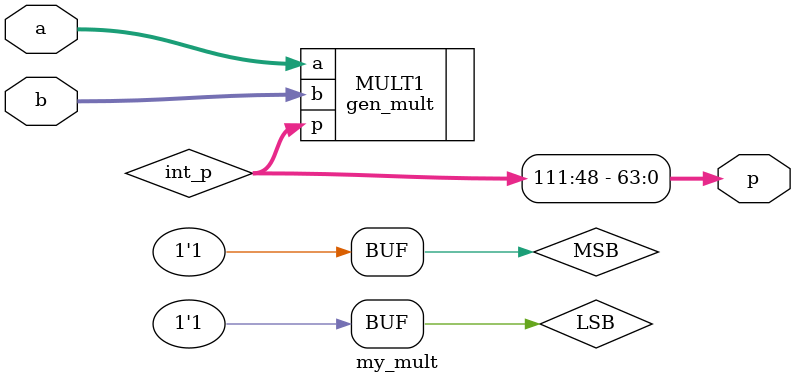
<source format=v>
/*
    my_mult must take a DATA_WIDTH >= INT_WIDTH >= BIT_SHIFT
    DATA_WIDTH - Indicates the size of the DATA
        For INT_WIDTH = 16: 
        * DATA_WIDTH = 64 -> 16Q48
        * DATA_WIDTH = 48 -> 16Q32
        * DATA_WIDTH = 32 -> 16Q16
    INT_WIDTH - Indicates the integer size
    BIT_SHIFT - divides the output by 2^BITSHIFT
    DEC_FORMAT - REDUCE LEAST SIGNIFICANT BITS
    INT_FORMAT - REDUCE MOST SIGNIFICANT BITS
*/
module my_mult
#(
	parameter DATA_WIDTH = 64,
	parameter OUT_WIDTH = DATA_WIDTH,
	parameter INT_WIDTH = 16,
	parameter BIT_SHIFT = 0,
	parameter DEC_FORMAT = 0,
	parameter INT_FORMAT = 0
)
(
	input  [DATA_WIDTH - 1 : 0] a,
	input  [DATA_WIDTH - 1 : 0] b,
	output [OUT_WIDTH - 1 : 0] p
);
	wire [DATA_WIDTH + DATA_WIDTH - 1:0] int_p;

	reg MSB = (DATA_WIDTH*2-1-INT_WIDTH)+BIT_SHIFT-INT_FORMAT;
	reg LSB = (DATA_WIDTH-1-INT_WIDTH)+BIT_SHIFT+DEC_FORMAT;
	assign p = int_p[((DATA_WIDTH*2-1-INT_WIDTH)+BIT_SHIFT)-INT_FORMAT : ((DATA_WIDTH-INT_WIDTH)+BIT_SHIFT)+DEC_FORMAT];
       
	gen_mult #(.DATA_WIDTH(DATA_WIDTH)) MULT1 (.a(a), .b(b), .p(int_p));
endmodule

</source>
